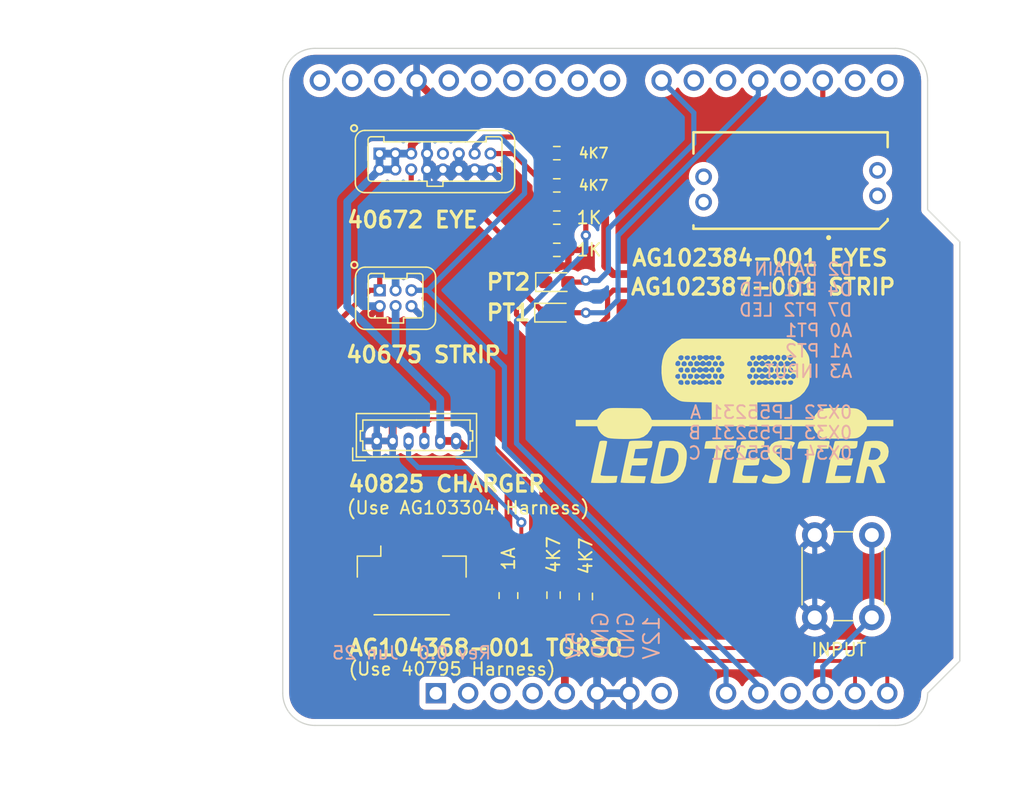
<source format=kicad_pcb>
(kicad_pcb (version 20211014) (generator pcbnew)

  (general
    (thickness 1.6)
  )

  (paper "A4")
  (layers
    (0 "F.Cu" signal)
    (31 "B.Cu" signal)
    (32 "B.Adhes" user "B.Adhesive")
    (33 "F.Adhes" user "F.Adhesive")
    (34 "B.Paste" user)
    (35 "F.Paste" user)
    (36 "B.SilkS" user "B.Silkscreen")
    (37 "F.SilkS" user "F.Silkscreen")
    (38 "B.Mask" user)
    (39 "F.Mask" user)
    (40 "Dwgs.User" user "User.Drawings")
    (41 "Cmts.User" user "User.Comments")
    (42 "Eco1.User" user "User.Eco1")
    (43 "Eco2.User" user "User.Eco2")
    (44 "Edge.Cuts" user)
    (45 "Margin" user)
    (46 "B.CrtYd" user "B.Courtyard")
    (47 "F.CrtYd" user "F.Courtyard")
    (48 "B.Fab" user)
    (49 "F.Fab" user)
    (50 "User.1" user)
    (51 "User.2" user)
    (52 "User.3" user)
    (53 "User.4" user)
    (54 "User.5" user)
    (55 "User.6" user)
    (56 "User.7" user)
    (57 "User.8" user)
    (58 "User.9" user)
  )

  (setup
    (stackup
      (layer "F.SilkS" (type "Top Silk Screen"))
      (layer "F.Paste" (type "Top Solder Paste"))
      (layer "F.Mask" (type "Top Solder Mask") (thickness 0.01))
      (layer "F.Cu" (type "copper") (thickness 0.035))
      (layer "dielectric 1" (type "core") (thickness 1.51) (material "FR4") (epsilon_r 4.5) (loss_tangent 0.02))
      (layer "B.Cu" (type "copper") (thickness 0.035))
      (layer "B.Mask" (type "Bottom Solder Mask") (thickness 0.01))
      (layer "B.Paste" (type "Bottom Solder Paste"))
      (layer "B.SilkS" (type "Bottom Silk Screen"))
      (copper_finish "None")
      (dielectric_constraints no)
    )
    (pad_to_mask_clearance 0)
    (pcbplotparams
      (layerselection 0x00010fc_ffffffff)
      (disableapertmacros false)
      (usegerberextensions false)
      (usegerberattributes true)
      (usegerberadvancedattributes true)
      (creategerberjobfile true)
      (svguseinch false)
      (svgprecision 6)
      (excludeedgelayer true)
      (plotframeref false)
      (viasonmask false)
      (mode 1)
      (useauxorigin false)
      (hpglpennumber 1)
      (hpglpenspeed 20)
      (hpglpendiameter 15.000000)
      (dxfpolygonmode true)
      (dxfimperialunits true)
      (dxfusepcbnewfont true)
      (psnegative false)
      (psa4output false)
      (plotreference true)
      (plotvalue true)
      (plotinvisibletext false)
      (sketchpadsonfab false)
      (subtractmaskfromsilk false)
      (outputformat 1)
      (mirror false)
      (drillshape 0)
      (scaleselection 1)
      (outputdirectory "gerbers")
    )
  )

  (net 0 "")
  (net 1 "unconnected-(A1-Pad1)")
  (net 2 "unconnected-(A1-Pad2)")
  (net 3 "unconnected-(A1-Pad3)")
  (net 4 "unconnected-(A1-Pad4)")
  (net 5 "/EYE_PT1")
  (net 6 "unconnected-(A1-Pad15)")
  (net 7 "unconnected-(A1-Pad16)")
  (net 8 "unconnected-(A1-Pad21)")
  (net 9 "unconnected-(A1-Pad23)")
  (net 10 "unconnected-(A1-Pad28)")
  (net 11 "unconnected-(A1-Pad30)")
  (net 12 "unconnected-(A1-Pad31)")
  (net 13 "unconnected-(A1-Pad32)")
  (net 14 "+5V")
  (net 15 "GND")
  (net 16 "/EYE_PT2")
  (net 17 "+12V")
  (net 18 "unconnected-(A1-Pad11)")
  (net 19 "/DATAIN")
  (net 20 "unconnected-(A1-Pad18)")
  (net 21 "unconnected-(A1-Pad24)")
  (net 22 "unconnected-(A1-Pad25)")
  (net 23 "unconnected-(J1-Pad9)")
  (net 24 "unconnected-(J4-Pad2)")
  (net 25 "Net-(A1-Pad12)")
  (net 26 "/SDA")
  (net 27 "/SCL")
  (net 28 "Net-(A1-Pad19)")
  (net 29 "unconnected-(A1-Pad26)")
  (net 30 "unconnected-(A1-Pad27)")
  (net 31 "unconnected-(A1-Pad20)")
  (net 32 "Net-(A1-Pad22)")
  (net 33 "Net-(D7-Pad1)")
  (net 34 "Net-(D4-Pad1)")
  (net 35 "unconnected-(J3-Pad3)")
  (net 36 "/5VFUSED")

  (footprint "footprints:LED_0603_1608Metric_Pad1.05x0.95mm_HandSolder" (layer "F.Cu") (at 186.615 95.75))

  (footprint "footprints:R_0603_1608Metric_Pad0.98x0.95mm_HandSolder" (layer "F.Cu") (at 186.69 88.265))

  (footprint "footprints:R_0603_1608Metric_Pad0.98x0.95mm_HandSolder" (layer "F.Cu") (at 186.69 90.805))

  (footprint "Connector_Molex:Molex_CLIK-Mate_502386-0470_1x04-1MP_P1.25mm_Horizontal" (layer "F.Cu") (at 175.26 116.84))

  (footprint "footprints:R_0603_1608Metric_Pad0.98x0.95mm_HandSolder" (layer "F.Cu") (at 186.436 118.0065 90))

  (footprint "Connector_Molex:Molex_PicoBlade_53047-0610_1x06_P1.25mm_Vertical" (layer "F.Cu") (at 172.508972 105.86))

  (footprint "footprints:R_0603_1608Metric_Pad0.98x0.95mm_HandSolder" (layer "F.Cu") (at 186.69 85.725 180))

  (footprint "Connector_Harwin:Harwin_Gecko-G125-FVX1605L0X_2x08_P1.25mm_Vertical" (layer "F.Cu") (at 172.72 83.22))

  (footprint "footprints:R_0603_1608Metric_Pad0.98x0.95mm_HandSolder" (layer "F.Cu") (at 186.69 83.185 180))

  (footprint "footprints:R_0603_1608Metric_Pad0.98x0.95mm_HandSolder" (layer "F.Cu") (at 188.976 118.11 90))

  (footprint "Connector_Harwin:Harwin_Gecko-G125-FVX0605L0X_2x03_P1.25mm_Vertical" (layer "F.Cu") (at 172.74 93.99))

  (footprint "footprints:R_0805_2012Metric_Pad1.20x1.40mm_HandSolder" (layer "F.Cu") (at 182.88 118.04 -90))

  (footprint "footprints:SAMTEC_UMPT-04-X-X-V-S-W" (layer "F.Cu") (at 205.105 85.344))

  (footprint "footprints:SW_PUSH_6mm" (layer "F.Cu") (at 207.01 119.765 90))

  (footprint "footprints:LED_0603_1608Metric_Pad1.05x0.95mm_HandSolder" (layer "F.Cu") (at 186.69 93.345))

  (footprint "footprints:Logo" (layer "F.Cu") (at 200.66 103.505))

  (footprint "footprints:Arduino_UNO_R3" (layer "B.Cu") (at 177.165 125.73))

  (gr_line (start 170.18 80.01) (end 170.18 130.81) (layer "Dwgs.User") (width 0.15) (tstamp 50a3cbd6-eb8b-4ef3-a6d5-ae19f401a619))
  (gr_line (start 213.36 73.66) (end 213.36 130.81) (layer "Dwgs.User") (width 0.15) (tstamp e0e37d80-f685-4b8f-b098-3a6b4e673379))
  (gr_arc (start 167.64 128.27) (mid 165.843949 127.526051) (end 165.1 125.73) (layer "Edge.Cuts") (width 0.1) (tstamp 0d02181f-e9b7-4d95-9465-675a27ed813f))
  (gr_arc (start 215.9 125.73) (mid 215.156051 127.526051) (end 213.36 128.27) (layer "Edge.Cuts") (width 0.1) (tstamp 40f4f794-f7e7-40ba-af4f-a10ada7c9adf))
  (gr_line (start 215.9 77.47) (end 215.9 87.63) (layer "Edge.Cuts") (width 0.1) (tstamp 41044d06-b57b-478a-a835-17806bfd7804))
  (gr_line (start 165.1 77.47) (end 165.1 125.73) (layer "Edge.Cuts") (width 0.1) (tstamp 415c54c1-16f0-4803-8864-f0a41bf07a39))
  (gr_line (start 215.9 87.63) (end 218.44 90.17) (layer "Edge.Cuts") (width 0.1) (tstamp 46faa36b-69c8-452a-973d-9db5601196c4))
  (gr_line (start 218.44 90.17) (end 218.44 123.19) (layer "Edge.Cuts") (width 0.1) (tstamp 4a32d9d9-ec61-4432-8013-4c225cedd7a2))
  (gr_line (start 167.64 74.93) (end 213.36 74.93) (layer "Edge.Cuts") (width 0.1) (tstamp 52d2b7a4-6756-4100-8485-643a3f8d3ebe))
  (gr_arc (start 213.36 74.93) (mid 215.156051 75.673949) (end 215.9 77.47) (layer "Edge.Cuts") (width 0.1) (tstamp 6117141f-3da6-44ef-a624-e2b003171da8))
  (gr_line (start 213.36 128.27) (end 212.09 128.27) (layer "Edge.Cuts") (width 0.1) (tstamp 7d3d7960-78d8-459f-b16d-cdbb5501bff8))
  (gr_line (start 167.64 128.27) (end 212.09 128.27) (layer "Edge.Cuts") (width 0.1) (tstamp cf122347-306c-4156-94b7-4f833b7e98cf))
  (gr_arc (start 165.1 77.47) (mid 165.843949 75.673949) (end 167.64 74.93) (layer "Edge.Cuts") (width 0.1) (tstamp cf952874-eea1-4638-9dc1-0b4e5294cf6f))
  (gr_line (start 218.44 123.19) (end 215.9 125.73) (layer "Edge.Cuts") (width 0.1) (tstamp fe75f1f1-9919-4cea-9381-f415e82ab93a))
  (gr_text "D2 DATAIN\nD4 PT1 LED\nD7 PT2 LED\nA0 PT1\nA1 PT2\nA3 INPUT\n\n0X32 LP55231 A\n0X33 LP55231 B\n0X34 LP55231 C" (at 210.058 99.568) (layer "B.SilkS") (tstamp 287e61b5-fb1f-4cf2-af3f-6b7033135e1a)
    (effects (font (size 1 1) (thickness 0.15)) (justify left mirror))
  )
  (gr_text "Rev 0.0  Jun 25" (at 181.61 122.555) (layer "B.SilkS") (tstamp 3124974e-5999-4df7-898f-677868d40912)
    (effects (font (size 1 1) (thickness 0.15)) (justify left mirror))
  )
  (gr_text "5V\nGND\nGND\n12V" (at 191.135 123.19 90) (layer "B.SilkS") (tstamp a6ca179e-0b02-47d0-9d17-4b472f38573b)
    (effects (font (size 1.25 1.25) (thickness 0.15)) (justify right mirror))
  )
  (gr_text "(Use 40795 Harness)" (at 178.435 123.825) (layer "F.SilkS") (tstamp 0560d5cb-88c7-4da2-9e21-0ce63513fcf4)
    (effects (font (size 1 1) (thickness 0.15)))
  )
  (gr_text "AG102387-001 STRIP" (at 202.946 93.726) (layer "F.SilkS") (tstamp 89db40f1-de0f-4f3f-918d-1b72b3531cf8)
    (effects (font (size 1.25 1.25) (thickness 0.25)))
  )
  (gr_text "(Use AG103304 Harness)" (at 179.705 111.125) (layer "F.SilkS") (tstamp 8c2e3eff-d665-4d68-89a0-80997c9eefed)
    (effects (font (size 1 1) (thickness 0.15)))
  )

  (segment (start 180.975 81.915) (end 184.5075 81.915) (width 0.4064) (layer "F.Cu") (net 5) (tstamp b41a7e97-5655-48c5-9401-36f47108f049))
  (segment (start 180.22 83.22) (end 180.22 82.67) (width 0.4064) (layer "F.Cu") (net 5) (tstamp b8a0bdc9-55ff-4cf1-83b2-bba9813d182a))
  (segment (start 180.22 82.67) (end 180.975 81.915) (width 0.4064) (layer "F.Cu") (net 5) (tstamp c40cba9e-c871-4f3a-931c-2a0c11547c53))
  (segment (start 184.5075 81.915) (end 185.7775 83.185) (width 0.4064) (layer "F.Cu") (net 5) (tstamp d20c3e5c-d4d5-4cb6-b233-55c0835dbeab))
  (segment (start 184.15 86.36) (end 184.15 83.82) (width 0.4064) (layer "B.Cu") (net 5) (tstamp 00b976a7-ebc5-4e91-acab-66c3ea2689c5))
  (segment (start 180.975 81.915) (end 182.245 81.915) (width 0.4064) (layer "B.Cu") (net 5) (tstamp 1ba878b2-bab4-44f7-b758-6aa740e70b63))
  (segment (start 176.54 93.99) (end 182.5625 100.0125) (width 0.4064) (layer "B.Cu") (net 5) (tstamp 41ea4871-5dc2-4b6b-b8ae-f99eb10b9eea))
  (segment (start 200.025 123.825) (end 200.025 125.73) (width 0.4064) (layer "B.Cu") (net 5) (tstamp 51e179ee-085a-41cc-8932-847179c2169e))
  (segment (start 182.5625 100.0125) (end 182.5625 106.3625) (width 0.4064) (layer "B.Cu") (net 5) (tstamp 51fc6591-87ad-4030-8bf4-14f4bf1e8201))
  (segment (start 182.5625 106.3625) (end 200.025 123.825) (width 0.4064) (layer "B.Cu") (net 5) (tstamp 9b3fe1d5-d7cd-4a2e-a2a6-9551dcf40013))
  (segment (start 175.24 93.99) (end 176.54 93.99) (width 0.4064) (layer "B.Cu") (net 5) (tstamp bc6f44b8-c3a7-4865-aeb2-8583331aad86))
  (segment (start 180.22 83.22) (end 180.22 82.67) (width 0.4064) (layer "B.Cu") (net 5) (tstamp bdc370c8-0de6-43ac-8b84-bd8b7d228ae0))
  (segment (start 182.245 81.915) (end 184.15 83.82) (width 0.4064) (layer "B.Cu") (net 5) (tstamp c012d085-de72-4ee7-bc2c-c61f8d6d5b3b))
  (segment (start 175.24 93.99) (end 176.52 93.99) (width 0.4064) (layer "B.Cu") (net 5) (tstamp cce45348-0895-4569-a896-94c5a72163f4))
  (segment (start 180.22 82.67) (end 180.975 81.915) (width 0.4064) (layer "B.Cu") (net 5) (tstamp d87c354b-ee8e-4fb5-8259-c1919cb1f1b7))
  (segment (start 176.52 93.99) (end 184.15 86.36) (width 0.4064) (layer "B.Cu") (net 5) (tstamp f6152ffb-b12e-468d-b802-b19a3c1ad511))
  (segment (start 187.325 125.73) (end 187.325 123.825) (width 0.6096) (layer "F.Cu") (net 14) (tstamp a1433093-d7fd-4035-b6a2-f2a8923dae2f))
  (segment (start 182.88 119.38) (end 182.88 119.04) (width 0.6096) (layer "F.Cu") (net 14) (tstamp ae9057a0-a2e0-407e-9322-ffdec88954e7))
  (segment (start 187.325 123.825) (end 182.88 119.38) (width 0.6096) (layer "F.Cu") (net 14) (tstamp f90e60b9-31d1-4886-8e75-428ad2fde0bf))
  (segment (start 173.385 109.885) (end 172.508972 109.008972) (width 0.6096) (layer "F.Cu") (net 15) (tstamp 136e461d-3ccb-4b91-b481-85e069be650e))
  (segment (start 187.6025 88.265) (end 187.325 88.265) (width 0.4064) (layer "F.Cu") (net 15) (tstamp 19626acc-9173-4db6-8df1-b9c4a2b2949b))
  (segment (start 187.6025 88.265) (end 187.6025 90.805) (width 0.4064) (layer "F.Cu") (net 15) (tstamp 1bea88a4-6c15-40a1-9d49-d4c2dd4c1b5e))
  (segment (start 173.385 114.99) (end 173.385 109.885) (width 0.6096) (layer "F.Cu") (net 15) (tstamp 22cd91cf-0c92-468e-bb20-7418d52a523c))
  (segment (start 172.74 97.008) (end 172.72 97.028) (width 0.6096) (layer "F.Cu") (net 15) (tstamp 399ca4c4-5c0c-4b1d-bce6-682c71e10495))
  (segment (start 182.23 84.47) (end 181.47 84.47) (width 0.4064) (layer "F.Cu") (net 15) (tstamp 43777f97-7da3-4a78-aa43-b458e988b5c3))
  (segment (start 199.2154 79.2004) (end 177.3754 79.2004) (width 0.6096) (layer "F.Cu") (net 15) (tstamp 4b5bf1d4-e720-4907-97fa-6464805b0e59))
  (segment (start 187.325 88.265) (end 186.055 86.995) (width 0.4064) (layer "F.Cu") (net 15) (tstamp 56260d6a-6e7e-474a-b253-c4f669aa0ed6))
  (segment (start 172.508972 109.008972) (end 172.508972 105.86) (width 0.6096) (layer "F.Cu") (net 15) (tstamp 692a28b8-449e-42f0-94b6-6e32757ec536))
  (segment (start 202.105 85.344) (end 202.105 82.09) (width 0.6096) (layer "F.Cu") (net 15) (tstamp 73ee93d8-6cb4-42a3-a27c-8539b24f0324))
  (segment (start 173.758972 105.86) (end 173.758972 98.066972) (width 0.6096) (layer "F.Cu") (net 15) (tstamp 7ada7640-8eb8-4b4a-b269-46d55c492f84))
  (segment (start 173.758972 98.066972) (end 172.72 97.028) (width 0.6096) (layer "F.Cu") (net 15) (tstamp 80cdf160-c352-4547-8be8-715fd746ba51))
  (segment (start 184.785 86.995) (end 182.245 84.455) (width 0.4064) (layer "F.Cu") (net 15) (tstamp 83a888f2-2cfd-412b-b661-a5d1b1ca2c33))
  (segment (start 177.3754 79.2004) (end 175.645 77.47) (width 0.6096) (layer "F.Cu") (net 15) (tstamp b2e5d57a-7694-4ae0-a081-8c1c4b6421b2))
  (segment (start 202.105 82.09) (end 199.2154 79.2004) (width 0.6096) (layer "F.Cu") (net 15) (tstamp c06372d1-6728-479c-acca-b48f137c61df))
  (segment (start 172.74 95.24) (end 172.74 97.008) (width 0.6096) (layer "F.Cu") (net 15) (tstamp f702d46b-f632-4ebf-b06b-79cb4256ef1b))
  (segment (start 186.055 86.995) (end 184.785 86.995) (width 0.4064) (layer "F.Cu") (net 15) (tstamp f8c43884-a7f0-46e5-8ce3-2d1b8f695e9f))
  (segment (start 182.245 84.455) (end 182.23 84.47) (width 0.4064) (layer "F.Cu") (net 15) (tstamp fb2aa049-eb35-44ee-a266-4d3d30233014))
  (segment (start 170.9896 93.1704) (end 173.99 90.17) (width 0.6096) (layer "B.Cu") (net 15) (tstamp 100c199a-c523-4f44-b080-539cd16e61db))
  (segment (start 176.47 83.22) (end 176.47 81.22) (width 0.6096) (layer "B.Cu") (net 15) (tstamp 182152f3-efac-49f3-9cc4-9ac320b5cc0d))
  (segment (start 180.22 84.47) (end 178.97 84.47) (width 0.6096) (layer "B.Cu") (net 15) (tstamp 35a7135c-df24-4ae2-a8df-93f4f6347987))
  (segment (start 172.508972 119.168972) (end 172.508972 106.742515) (width 0.6096) (layer "B.Cu") (net 15) (tstamp 36a35b88-7f5f-4012-a011-721527e73a1c))
  (segment (start 189.865 125.73) (end 189.865 123.825) (width 0.6096) (layer "B.Cu") (net 15) (tstamp 3e848a0a-d19b-414d-98e7-b0a54d578b8c))
  (segment (start 187.96 121.92) (end 175.26 121.92) (width 0.6096) (layer "B.Cu") (net 15) (tstamp 63ec1aed-cb9f-41cf-90fc-073d3f166b5d))
  (segment (start 178.97 84.47) (end 178.97 83.22) (width 0.6096) (layer "B.Cu") (net 15) (tstamp 6c8f5f35-7b1f-4923-9bc7-c4f2a6b784de))
  (segment (start 175.26 121.92) (end 172.508972 119.168972) (width 0.6096) (layer "B.Cu") (net 15) (tstamp 78771f5c-40cc-4904-bff4-b69ed48eb4c3))
  (segment (start 181.47 84.47) (end 180.22 84.47) (width 0.6096) (layer "B.Cu") (net 15) (tstamp 8f2e38dd-251f-4ce2-91fb-e69c4aba4bfb))
  (segment (start 171.44 95.24) (end 170.9896 94.7896) (width 0.6096) (layer "B.Cu") (net 15) (tstamp 9ce8a7d1-4cee-4c3d-8cf3-f143e3f80ea5))
  (segment (start 175.645 80.395) (end 175.645 77.47) (width 0.6096) (layer "B.Cu") (net 15) (tstamp a1e7f204-a30f-4965-a9f9-d38815b7e9c8))
  (segment (start 176.47 84.47) (end 176.47 87.69) (width 0.6096) (layer "B.Cu") (net 15) (tstamp a81aef0d-c6d3-4b49-a77a-06a2cf414b6d))
  (segment (start 207.01 113.265) (end 207.01 119.765) (width 0.4064) (layer "B.Cu") (net 15) (tstamp b153b37c-7942-44c0-b500-e6d6b4d50e94))
  (segment (start 176.47 84.47) (end 176.47 83.22) (width 0.6096) (layer "B.Cu") (net 15) (tstamp b42fcc91-5898-4b0f-b1c9-21b8c55ec7c4))
  (segment (start 172.74 95.24) (end 171.44 95.24) (width 0.6096) (layer "B.Cu") (net 15) (tstamp b53e7e74-6234-4a3b-a2b7-4483e946180e))
  (segment (start 176.47 87.69) (end 173.99 90.17) (width 0.6096) (layer "B.Cu") (net 15) (tstamp c62af919-7685-4041-8689-9f7421ff8a03))
  (segment (start 173.99 90.17) (end 173.99 93.99) (width 0.6096) (layer "B.Cu") (net 15) (tstamp c797a9f2-4009-40f8-a243-347f011c4efe))
  (segment (start 178.97 84.47) (end 177.72 84.47) (width 0.6096) (layer "B.Cu") (net 15) (tstamp d24bd938-f322-4ac4-b390-aa3f1666dc37))
  (segment (start 177.72 84.47) (end 176.47 84.47) (width 0.6096) (layer "B.Cu") (net 15) (tstamp e057b257-c420-498f-bebb-edb20967467c))
  (segment (start 192.405 125.73) (end 189.865 125.73) (width 0.6096) (layer "B.Cu") (net 15) (tstamp e0ec70ab-e1ad-47b2-9d50-e3f93123d93d))
  (segment (start 189.865 123.825) (end 187.96 121.92) (width 0.6096) (layer "B.Cu") (net 15) (tstamp ebc5a31e-abf2-42b5-ad84-bfe0991bce3b))
  (segment (start 170.9896 94.7896) (end 170.9896 93.1704) (width 0.6096) (layer "B.Cu") (net 15) (tstamp f1b688c5-afa9-4193-bf5c-ed0ca6a3bd1a))
  (segment (start 176.47 81.22) (end 175.645 80.395) (width 0.6096) (layer "B.Cu") (net 15) (tstamp f6aeab66-64c7-4e88-adad-12b012618933))
  (segment (start 188.976 89.662) (end 188.976 88.011) (width 0.4064) (layer "F.Cu") (net 16) (tstamp 37904b55-d958-4511-bf09-3354a3ae9608))
  (segment (start 187.96 86.995) (end 187.0475 86.995) (width 0.4064) (layer "F.Cu") (net 16) (tstamp 40908f25-b35b-46ef-9dd5-199a6b2c236b))
  (segment (start 188.976 88.011) (end 187.96 86.995) (width 0.4064) (layer "F.Cu") (net 16) (tstamp 41214c70-a83b-47f3-806f-9fc1aabda043))
  (segment (start 181.47 83.22) (end 183.2725 83.22) (width 0.4064) (layer "F.Cu") (net 16) (tstamp 63b47611-6ebc-43d0-840b-5eb0ac9df015))
  (segment (start 183.2725 83.22) (end 185.7775 85.725) (width 0.4064) (layer "F.Cu") (net 16) (tstamp 7c5e2671-b6d6-4551-a750-b3316bbf25ae))
  (segment (start 187.0475 86.995) (end 185.7775 85.725) (width 0.4064) (layer "F.Cu") (net 16) (tstamp be22f29a-708b-47a3-b5b7-f352144a5954))
  (via (at 188.976 89.662) (size 0.8) (drill 0.4) (layers "F.Cu" "B.Cu") (net 16) (tstamp 1daabb31-15b2-4249-8190-5b300c7bd433))
  (segment (start 202.565 125.095) (end 202.565 125.73) (width 0.4064) (layer "B.Cu") (net 16) (tstamp 125ff753-db67-4dd9-9ec9-f07f2a780bca))
  (segment (start 183.515 106.045) (end 202.565 125.095) (width 0.4064) (layer "B.Cu") (net 16) (tstamp 98e6cbd5-2c8b-488e-a75e-f23e0549bbfc))
  (segment (start 188.976 90.932) (end 183.515 96.393) (width 0.4064) (layer "B.Cu") (net 16) (tstamp c2662168-e536-42e0-bf2f-cc8c0912e976))
  (segment (start 188.976 89.662) (end 188.976 90.932) (width 0.4064) (layer "B.Cu") (net 16) (tstamp d349c340-9438-4b1d-a1e0-c1e63c638709))
  (segment (start 183.515 96.393) (end 183.515 106.045) (width 0.4064) (layer "B.Cu") (net 16) (tstamp e6b26110-3ec5-4d81-837f-0862806b3b64))
  (segment (start 207.645 80.645) (end 207.645 77.47) (width 0.4064) (layer "F.Cu") (net 19) (tstamp 04ea3057-1808-4535-9f02-bc0eb5c47aa3))
  (segment (start 175.22 84.47) (end 175.22 86.32) (width 0.4064) (layer "F.Cu") (net 19) (tstamp 0e9c3658-0705-4fd7-a9de-952b938a1ce4))
  (segment (start 190.6905 94.4245) (end 190.6905 96.0755) (width 0.4064) (layer "F.Cu") (net 19) (tstamp 22a686ab-e840-4f74-9e5b-32cb97f2b307))
  (segment (start 190.6905 96.0755) (end 189.738 97.028) (width 0.4064) (layer "F.Cu") (net 19) (tstamp 270eb3fa-4b38-474a-96d2-839bc82a7a16))
  (segment (start 191.135 93.98) (end 190.6905 94.4245) (width 0.4064) (layer "F.Cu") (net 19) (tstamp 2782950d-e78e-421b-918d-46485773069f))
  (segment (start 209.55 91.44) (end 207.01 93.98) (width 0.4064) (layer "F.Cu") (net 19) (tstamp 34183966-d1d7-4db8-8175-1bad387b96ca))
  (segment (start 173.228 121.412) (end 170.18 121.412) (width 0.4064) (layer "F.Cu") (net 19) (tstamp 3c0eb5f1-a5ca-428a-b4be-8fe5da485e2b))
  (segment (start 170.18 121.412) (end 168.656 119.888) (width 0.4064) (layer "F.Cu") (net 19) (tstamp 3f58d9a0-ff7c-4643-9a00-d1fd8eeb07f8))
  (segment (start 209.55 82.55) (end 209.55 91.44) (width 0.4064) (layer "F.Cu") (net 19) (tstamp 511a0c82-77c9-421f-8cec-bc6e589073a6))
  (segment (start 175.885 118.755) (end 173.228 121.412) (width 0.4064) (layer "F.Cu") (net 19) (tstamp 524f21ac-58ab-4416-8d8a-5719c7bdf8b0))
  (segment (start 175.885 114.99) (end 175.885 118.755) (width 0.4064) (layer "F.Cu") (net 19) (tstamp 63191b6f-ba9c-45df-b8c7-9dd3e49a560b))
  (segment (start 189.738 97.028) (end 184.658 97.028) (width 0.4064) (layer "F.Cu") (net 19) (tstamp 6aa16bfc-a287-4bb2-a152-8445027daa6f))
  (segment (start 207.645 80.645) (end 209.55 82.55) (width 0.4064) (layer "F.Cu") (net 19) (tstamp 70d534e5-a8bf-41c7-9b34-4e4c4b5795d6))
  (segment (start 207.01 93.98) (end 191.135 93.98) (width 0.4064) (layer "F.Cu") (net 19) (tstamp 70e22574-41e8-445c-bbc3-0425bcd0d6c7))
  (segment (start 183.515 95.885) (end 183.515 90.805) (width 0.4064) (layer "F.Cu") (net 19) (tstamp 72ef8b10-5495-4541-bb72-b68bdd079319))
  (segment (start 206.105 85.344) (end 206.105 82.185) (width 0.4064) (layer "F.Cu") (net 19) (tstamp 7448f892-8f44-4c7a-8124-22ee86c232aa))
  (segment (start 168.656 119.888) (end 168.656 97.282) (width 0.4064) (layer "F.Cu") (net 19) (tstamp 88417e6a-c882-4878-afee-8ac91c4f419f))
  (segment (start 171.948 93.99) (end 172.74 93.99) (width 0.4064) (layer "F.Cu") (net 19) (tstamp 9593c9f8-d27e-44a7-bae9-338c2fe9d186))
  (segment (start 184.658 97.028) (end 183.515 95.885) (width 0.4064) (layer "F.Cu") (net 19) (tstamp 98443732-0193-462c-8e74-e17ccb166a07))
  (segment (start 176.53 87.63) (end 175.22 86.32) (width 0.4064) (layer "F.Cu") (net 19) (tstamp 9eb6a510-b83d-4c18-9589-3f5b69d953b1))
  (segment (start 172.74 93.99) (end 172.74 88.8) (width 0.4064) (layer "F.Cu") (net 19) (tstamp aa6c8ecf-4db9-4ae3-b1c0-8cc8d3279986))
  (segment (start 180.34 87.63) (end 176.53 87.63) (width 0.4064) (layer "F.Cu") (net 19) (tstamp b0dda7fe-400b-4fc8-9dce-f026f3efaffd))
  (segment (start 206.105 82.185) (end 207.645 80.645) (width 0.4064) (layer "F.Cu") (net 19) (tstamp e820a413-862a-4ae4-956c-c43def8b4c45))
  (segment (start 183.515 90.805) (end 180.34 87.63) (width 0.4064) (layer "F.Cu") (net 19) (tstamp ec796420-5f39-4fc7-8fdc-b7c4af268068))
  (segment (start 168.656 97.282) (end 171.948 93.99) (width 0.4064) (layer "F.Cu") (net 19) (tstamp f7bbf319-ab58-4f48-835e-15efabdabc79))
  (segment (start 172.74 88.8) (end 175.22 86.32) (width 0.4064) (layer "F.Cu") (net 19) (tstamp ff57003a-c49f-4df8-bcb3-9159cbd70912))
  (segment (start 211.51 113.265) (end 211.51 119.765) (width 0.4064) (layer "B.Cu") (net 25) (tstamp 6a82e8a6-12c9-4fdd-aad8-c61d73250228))
  (segment (start 207.645 125.73) (end 207.645 123.63) (width 0.4064) (layer "B.Cu") (net 25) (tstamp 7bf5dae4-41da-46bd-9a25-3bf6ad988644))
  (segment (start 207.645 123.63) (end 211.51 119.765) (width 0.4064) (layer "B.Cu") (net 25) (tstamp 9518625c-8b18-4a5f-847a-fae8064298ec))
  (segment (start 183.896 115.57) (end 183.896 112.268) (width 0.3048) (layer "F.Cu") (net 26) (tstamp 267780fa-7a64-4c1e-abd3-5f2eb98071af))
  (segment (start 190.6814 118.0374) (end 187.3794 118.0374) (width 0.3048) (layer "F.Cu") (net 26) (tstamp 2a9708b7-a26d-4b5c-890c-d4a7f302c1bc))
  (segment (start 185.42 117.094) (end 183.896 115.57) (width 0.3048) (layer "F.Cu") (net 26) (tstamp 31a70a79-1bea-4361-8019-2142f057c9cc))
  (segment (start 209.042 123.19) (end 195.834 123.19) (width 0.3048) (layer "F.Cu") (net 26) (tstamp 5ba77773-b436-42d6-b1d3-c1305dbc36f5))
  (segment (start 210.185 125.73) (end 210.185 124.333) (width 0.3048) (layer "F.Cu") (net 26) (tstamp 7ada1b51-f91f-4a2b-b0bc-c5ba307350cb))
  (segment (start 187.3794 118.0374) (end 186.436 117.094) (width 0.3048) (layer "F.Cu") (net 26) (tstamp 9297d678-7aaa-4d69-870c-0ed962a53c39))
  (segment (start 186.436 117.094) (end 185.42 117.094) (width 0.3048) (layer "F.Cu") (net 26) (tstamp c3d2fb95-1506-471b-a9ce-ba23b68753cc))
  (segment (start 210.185 124.333) (end 209.042 123.19) (width 0.3048) (layer "F.Cu") (net 26) (tstamp c84566c0-bde0-42ec-943d-36297f6988d1))
  (segment (start 195.834 123.19) (end 190.6814 118.0374) (width 0.3048) (layer "F.Cu") (net 26) (tstamp f289a067-8d1e-488e-9a88-a85d1be5bf26))
  (via (at 183.896 112.268) (size 0.8) (drill 0.4) (layers "F.Cu" "B.Cu") (net 26) (tstamp 80630d7f-a881-4208-b79f-cc320761fe53))
  (segment (start 175.008972 105.86) (end 175.008972 107.190972) (width 0.4064) (layer "B.Cu") (net 26) (tstamp 2f5334c2-530e-461d-8f18-7e733858bb41))
  (segment (start 175.008972 107.190972) (end 175.768 107.95) (width 0.4064) (layer "B.Cu") (net 26) (tstamp 62038df3-c0b0-49df-92fb-849a0d1d2a4a))
  (segment (start 183.896 112.268) (end 179.578 107.95) (width 0.3048) (layer "B.Cu") (net 26) (tstamp 761e1003-80c2-4fea-828f-23c8a2e5120d))
  (segment (start 179.578 107.95) (end 178.562 107.95) (width 0.3048) (layer "B.Cu") (net 26) (tstamp 86461e4c-c8e0-4d5e-8d0b-a485bdf6d1ba))
  (segment (start 175.768 107.95) (end 178.562 107.95) (width 0.4064) (layer "B.Cu") (net 26) (tstamp c6068739-3393-4fed-8023-e3d51004c000))
  (segment (start 188.976 117.1975) (end 187.861245 117.1975) (width 0.3048) (layer "F.Cu") (net 27) (tstamp 00d81a45-fa74-4b57-a0ed-4239bbe61bd1))
  (segment (start 176.784 104.14) (end 176.258972 104.665028) (width 0.3048) (layer "F.Cu") (net 27) (tstamp 34098519-7484-4e0b-96a8-7da4e827cfb2))
  (segment (start 191.1115 117.1975) (end 188.976 117.1975) (width 0.3048) (layer "F.Cu") (net 27) (tstamp 401095a8-dd50-4fe5-97e6-33749302b85c))
  (segment (start 176.258972 104.665028) (end 176.258972 105.86) (width 0.3048) (layer "F.Cu") (net 27) (tstamp 4f3ee621-5e69-4415-baff-c3e9fcdb6fa7))
  (segment (start 184.658 109.22) (end 179.578 104.14) (width 0.3048) (layer "F.Cu") (net 27) (tstamp 579454f6-560a-487a-8aed-d75ad5032808))
  (segment (start 212.725 124.079) (end 210.82 122.174) (width 0.3048) (layer "F.Cu") (net 27) (tstamp 7a5874e1-b5a7-4fa6-8fad-1cb3a40d28ee))
  (segment (start 187.861245 117.1975) (end 186.741745 116.078) (width 0.3048) (layer "F.Cu") (net 27) (tstamp 7d3ea4d8-4fdc-43e4-9146-9ebd713a52e2))
  (segment (start 212.725 125.73) (end 212.725 124.079) (width 0.3048) (layer "F.Cu") (net 27) (tstamp 94971cf8-4f6c-4334-842f-ca66b62777f1))
  (segment (start 196.088 122.174) (end 191.1115 117.1975) (width 0.3048) (layer "F.Cu") (net 27) (tstamp c88aa5e0-3212-4e87-a349-a8f2d02950ac))
  (segment (start 186.741745 116.078) (end 185.42 116.078) (width 0.3048) (layer "F.Cu") (net 27) (tstamp d125cfda-7c75-4260-8cca-ce3d76ec007f))
  (segment (start 210.82 122.174) (end 196.088 122.174) (width 0.3048) (layer "F.Cu") (net 27) (tstamp d55600db-e680-4b62-9497-4f60081ba22e))
  (segment (start 179.578 104.14) (end 176.784 104.14) (width 0.3048) (layer "F.Cu") (net 27) (tstamp ee20128b-d691-4a49-b98a-8959305c88d2))
  (segment (start 185.42 116.078) (end 184.658 115.316) (width 0.3048) (layer "F.Cu") (net 27) (tstamp f91223ac-c8a6-4ac4-a1ae-5cab1af63daf))
  (segment (start 184.658 115.316) (end 184.658 109.22) (width 0.3048) (layer "F.Cu") (net 27) (tstamp ffd47eb3-47b2-4307-8b60-1f9a22d2e25e))
  (segment (start 187.498 95.758) (end 187.49 95.75) (width 0.4064) (layer "F.Cu") (net 28) (tstamp 1ebffe52-129d-4723-ad42-cecbceaa0c21))
  (segment (start 188.976 95.758) (end 187.498 95.758) (width 0.4064) (layer "F.Cu") (net 28) (tstamp 8a2843a6-6b25-4351-b7be-3045563b025e))
  (via (at 188.976 95.758) (size 0.8) (drill 0.4) (layers "F.Cu" "B.Cu") (net 28) (tstamp e8cf3e00-ad70-4ca4-b18d-dbe355bdcdb0))
  (segment (start 202.565 78.613) (end 202.565 77.47) (width 0.4064) (layer "B.Cu") (net 28) (tstamp 0f786d5c-f04b-477e-9cb2-0c36684ca69a))
  (segment (start 191.516 89.662) (end 202.565 78.613) (width 0.4064) (layer "B.Cu") (net 28) (tstamp 10f68e7d-d555-4fde-9567-d5c9878b33ff))
  (segment (start 190.5 95.758) (end 191.516 94.742) (width 0.4064) (layer "B.Cu") (net 28) (tstamp 63df0539-032a-4d44-876a-fbeed5047ec1))
  (segment (start 188.976 95.758) (end 190.5 95.758) (width 0.4064) (layer "B.Cu") (net 28) (tstamp 87e70ff5-73e4-4b47-bf08-07298b14a686))
  (segment (start 191.516 94.742) (end 191.516 89.662) (width 0.4064) (layer "B.Cu") (net 28) (tstamp ada02594-cbac-4c79-b398-3f36c3290a7d))
  (segment (start 187.565 93.345) (end 188.849 93.345) (width 0.4064) (layer "F.Cu") (net 32) (tstamp 57e5d3aa-216b-4b74-9764-8a3b0491f671))
  (segment (start 188.849 93.345) (end 188.976 93.218) (width 0.4064) (layer "F.Cu") (net 32) (tstamp e3fa13c7-7709-4a27-9f73-7bcc8997a943))
  (via (at 188.976 93.218) (size 0.8) (drill 0.4) (layers "F.Cu" "B.Cu") (net 32) (tstamp 97c50cdb-25c4-4b7f-9d68-cc8c8dcd50aa))
  (segment (start 197.485 82.423) (end 197.485 80.01) (width 0.4064) (layer "B.Cu") (net 32) (tstamp 64801c7b-08a1-43ff-b7d9-32e4fa52f3ec))
  (segment (start 188.976 93.218) (end 189.992 93.218) (width 0.4064) (layer "B.Cu") (net 32) (tstamp 79f65310-ba79-4ae3-9926-846ce016df78))
  (segment (start 190.754 89.154) (end 197.485 82.423) (width 0.4064) (layer "B.Cu") (net 32) (tstamp 7eb431b2-d356-4219-ad8c-6b9b109b9df5))
  (segment (start 189.992 93.218) (end 190.754 92.456) (width 0.4064) (layer "B.Cu") (net 32) (tstamp a7336342-70ea-4245-84fd-f22fa3b98aee))
  (segment (start 190.754 92.456) (end 190.754 89.154) (width 0.4064) (layer "B.Cu") (net 32) (tstamp e75799b2-0aa9-4313-83e8-9d80a48ac96f))
  (segment (start 197.485 80.01) (end 194.945 77.47) (width 0.4064) (layer "B.Cu") (net 32) (tstamp ee5dc34b-5b5d-4ca0-bceb-3f9d407c35f5))
  (segment (start 185.815 93.345) (end 185.815 90.8425) (width 0.4064) (layer "F.Cu") (net 33) (tstamp a8cd8f0c-39d8-49da-8be8-abd0802b33f5))
  (segment (start 185.815 90.8425) (end 185.7775 90.805) (width 0.4064) (layer "F.Cu") (net 33) (tstamp f571a1a0-cf46-4345-9678-d7b58ccd608a))
  (segment (start 184.404 89.6385) (end 185.7775 88.265) (width 0.4064) (layer "F.Cu") (net 34) (tstamp 33877298-1b3c-442e-8958-2528570219d8))
  (segment (start 185.74 95.75) (end 185.666 95.75) (width 0.4064) (layer "F.Cu") (net 34) (tstamp 5302021a-42fc-4340-bc4b-18ba6b010322))
  (segment (start 184.404 94.488) (end 184.404 89.6385) (width 0.4064) (layer "F.Cu") (net 34) (tstamp c1dd1ab0-d5c4-485e-ad30-afb0d6403610))
  (segment (start 185.666 95.75) (end 184.404 94.488) (width 0.4064) (layer "F.Cu") (net 34) (tstamp ddadc71c-9f9c-43f9-916c-34c0070310c6))
  (segment (start 175.26 82.55) (end 177.165 80.645) (width 0.6096) (layer "F.Cu") (net 36) (tstamp 1c25c500-af94-4577-99bb-5617b1d7b18e))
  (segment (start 205.74 92.71) (end 191.135 92.71) (width 0.6096) (layer "F.Cu") (net 36) (tstamp 1c272f9c-aec6-403c-87ea-f6b2f286f7c2))
  (segment (start 187.6025 83.185) (end 187.6025 82.1925) (width 0.6096) (layer "F.Cu") (net 36) (tstamp 26d9da07-db05-4435-8d71-4284723ab3ce))
  (segment (start 190.5 88.265) (end 187.96 85.725) (width 0.6096) (layer "F.Cu") (net 36) (tstamp 2e099b63-3d80-492e-93f5-714d7d36bc61))
  (segment (start 187.6025 85.725) (end 187.6025 83.185) (width 0.6096) (layer "F.Cu") (net 36) (tstamp 3a7e3ab1-b6f9-480a-bce3-509914033485))
  (segment (start 178.758972 105.86) (end 178.885 105.86) (width 0.6096) (layer "F.Cu") (net 36) (tstamp 443aa2e3-1a96-407a-a964-76780dcfe10d))
  (segment (start 208.105 85.344) (end 208.105 90.345) (width 0.6096) (layer "F.Cu") (net 36) (tstamp 54651afb-b0e2-4e68-b704-c8887428673b))
  (segment (start 183.08 117.04) (end 185.08 119.04) (width 0.6096) (layer "F.Cu") (net 36) (tstamp 563b599e-afa1-4230-a326-26a265dc2656))
  (segment (start 181.61 113.03) (end 182.88 114.3) (width 0.6096) (layer "F.Cu") (net 36) (tstamp 6242ee83-f5ab-4964-a971-5149b765e9cc))
  (segment (start 191.135 92.71) (end 190.5 92.075) (width 0.6096) (layer "F.Cu") (net 36) (tstamp 642efe8c-2425-4f6f-b378-d1a5af378113))
  (segment (start 185.08 119.04) (end 186.055 119.04) (width 0.6096) (layer "F.Cu") (net 36) (tstamp 74998d0e-9327-46bf-8deb-f81b7815d464))
  (segment (start 190.5 92.075) (end 190.5 88.265) (width 0.6096) (layer "F.Cu") (net 36) (tstamp 7b4c3cde-c5a7-40a8-a0eb-24e0c54187a0))
  (segment (start 177.508972 105.86) (end 178.758972 105.86) (width 0.6096) (layer "F.Cu") (net 36) (tstamp 82ffd927-00f3-4c85-aa2e-52114d825c21))
  (segment (start 177.8 113.03) (end 181.61 113.03) (width 0.6096) (layer "F.Cu") (net 36) (tstamp 88ad7e9f-446a-4a23-b360-2fd3c3ad7eb1))
  (segment (start 208.105 90.345) (end 205.74 92.71) (width 0.6096) (layer "F.Cu") (net 36) (tstamp 8b41301e-84b5-4e45-8e3f-43ed4dfe644e))
  (segment (start 175.26 83.18) (end 175.26 82.55) (width 0.6096) (layer "F.Cu") (net 36) (tstamp 8d0a8f67-8791-44a5-89ab-fc82fdc900d6))
  (segment (start 188.8725 118.919) (end 188.976 119.0225) (width 0.4064) (layer "F.Cu") (net 36) (tstamp 8e52ec52-9a16-49d5-b6ff-93496da9646e))
  (segment (start 177.135 113.695) (end 177.8 113.03) (width 0.6096) (layer "F.Cu") (net 36) (tstamp 8f61ed0a-4443-4662-850c-63c4f2b464c0))
  (segment (start 186.436 118.919) (end 188.8725 118.919) (width 0.4064) (layer "F.Cu") (net 36) (tstamp 98b1d29a-b03d-4fc5-af43-2ba8c2e0957a))
  (segment (start 182.88 117.04) (end 183.08 117.04) (width 0.6096) (layer "F.Cu") (net 36) (tstamp 9d1da34b-cd10-42c0-96a4-2a005b904f15))
  (segment (start 177.135 114.99) (end 177.135 113.695) (width 0.6096) (layer "F.Cu") (net 36) (tstamp a7f1c186-f74d-43f0-862c-90f67e4f6183))
  (segment (start 186.055 80.645) (end 177.165 80.645) (width 0.6096) (layer "F.Cu") (net 36) (tstamp b1d42ee7-8efc-487c-8710-c63837425808))
  (segment (start 178.885 105.86) (end 182.88 109.855) (width 0.6096) (layer "F.Cu") (net 36) (tstamp bb74046a-874f-4f55-b516-7ef2fd85e676))
  (segment (start 187.96 85.725) (end 187.6025 85.725) (width 0.6096) (layer "F.Cu") (net 36) (tstamp c703a6c0-9b21-4b45-9753-099e49c74ad6))
  (segment (start 187.6025 82.1925) (end 186.055 80.645) (width 0.6096) (layer "F.Cu") (net 36) (tstamp cb0e04c3-6c0f-4bb5-8922-e155c0d4cd81))
  (segment (start 175.22 83.22) (end 175.26 83.18) (width 0.6096) (layer "F.Cu") (net 36) (tstamp cda98822-fe5d-45ef-b0e2-12e4c2eb8e81))
  (segment (start 182.88 114.3) (end 182.88 117.04) (width 0.6096) (layer "F.Cu") (net 36) (tstamp d2f297ea-5dac-4646-bf24-8c7aca43567e))
  (segment (start 182.88 114.3) (end 182.88 109.855) (width 0.6096) (layer "F.Cu") (net 36) (tstamp d6a37975-1da6-4fd4-8cbe-710c659e7b75))
  (segment (start 173.99 99.06) (end 173.99 95.24) (width 0.6096) (layer "B.Cu") (net 36) (tstamp 04fdffa1-0a21-4374-b319-fd8e9a9e8882))
  (segment (start 172.72 84.47) (end 170.18 87.01) (width 0.6096) (layer "B.Cu") (net 36) (tstamp 15929c85-1abf-4535-b402-19cc30a4582d))
  (segment (start 172.72 84.47) (end 173.97 84.47) (width 0.6096) (layer "B.Cu") (net 36) (tstamp 1cd0e94a-e5de-4c3b-974e-c9dec7a4b266))
  (segment (start 172.72 84.47) (end 172.72 83.22) (width 0.6096) (layer "B.Cu") (net 36) (tstamp 26369a0d-f462-4a40-9e4c-b3d530245c9c))
  (segment (start 177.508972 105.86) (end 177.508972 102.578972) (width 0.6096) (layer "B.Cu") (net 36) (tstamp 307fc23c-018f-48d5-9d41-e0a4b3575b2b))
  (segment (start 177.508972 102.578972) (end 173.99 99.06) (width 0.6096) (layer "B.Cu") (net 36) (tstamp 401378d5-17ef-4aa9-975b-5870e8b0e307))
  (segment (start 170.18 95.25) (end 173.99 99.06) (width 0.6096) (layer "B.Cu") (net 36) (tstamp 42a1199d-c724-4694-94c3-7d52b96a5469))
  (segment (start 170.18 87.01) (end 170.18 95.25) (width 0.6096) (layer "B.Cu") (net 36) (tstamp 699f8d10-3612-4aeb-817d-852502e9ce09))
  (segment (start 173.97 83.22) (end 175.22 83.22) (width 0.6096) (layer "B.Cu") (net 36) (tstamp 8b0b687b-4318-4976-ae3e-afdd477e6913))
  (segment (start 172.72 83.22) (end 173.97 83.22) (width 0.6096) (layer "B.Cu") (net 36) (tstamp c8b95680-fd8e-42f6-ac77-ab9670465725))
  (segment (start 173.97 84.47) (end 173.97 83.22) (width 0.6096) (layer "B.Cu") (net 36) (tstamp f54383b4-4fb6-46e2-b9d5-4d64188cb55b))

  (zone (net 15) (net_name "GND") (layer "F.Cu") (tstamp 7436cb66-102d-4c0d-916b-eca0165a80cd) (hatch edge 0.508)
    (connect_pads (clearance 0.508))
    (min_thickness 0.254) (filled_areas_thickness no)
    (fill yes (thermal_gap 0.508) (thermal_bridge_width 0.508))
    (polygon
      (pts
        (xy 220.98 132.08)
        (xy 162.56 132.08)
        (xy 162.56 73.66)
        (xy 220.98 73.66)
      )
    )
    (filled_polygon
      (layer "F.Cu")
      (pts
        (xy 213.330018 75.44)
        (xy 213.344851 75.44231)
        (xy 213.344855 75.44231)
        (xy 213.353724 75.443691)
        (xy 213.362626 75.442527)
        (xy 213.362629 75.442527)
        (xy 213.370012 75.441561)
        (xy 213.394591 75.440767)
        (xy 213.421442 75.442527)
        (xy 213.616922 75.45534)
        (xy 213.633262 75.457491)
        (xy 213.755478 75.481801)
        (xy 213.877696 75.506112)
        (xy 213.893606 75.510375)
        (xy 214.1296 75.590484)
        (xy 214.144826 75.596791)
        (xy 214.368342 75.707016)
        (xy 214.382616 75.715257)
        (xy 214.589829 75.853713)
        (xy 214.602905 75.863746)
        (xy 214.790278 76.028068)
        (xy 214.801932 76.039722)
        (xy 214.966254 76.227095)
        (xy 214.976287 76.240171)
        (xy 215.114743 76.447384)
        (xy 215.122984 76.461658)
        (xy 215.233209 76.685174)
        (xy 215.239515 76.700398)
        (xy 215.319625 76.936394)
        (xy 215.323889 76.952307)
        (xy 215.372509 77.196738)
        (xy 215.37466 77.213078)
        (xy 215.388763 77.428236)
        (xy 215.387733 77.45135)
        (xy 215.38769 77.454854)
        (xy 215.386309 77.463724)
        (xy 215.387473 77.472626)
        (xy 215.387473 77.472628)
        (xy 215.390436 77.495283)
        (xy 215.3915 77.511621)
        (xy 215.3915 87.558928)
        (xy 215.390145 87.571058)
        (xy 215.390627 87.571097)
        (xy 215.389907 87.580044)
        (xy 215.387926 87.5888)
        (xy 215.388641 87.600328)
        (xy 215.391258 87.642508)
        (xy 215.3915 87.65031)
        (xy 215.3915 87.666513)
        (xy 215.392136 87.670953)
        (xy 215.392984 87.676878)
        (xy 215.394013 87.686928)
        (xy 215.39483 87.700089)
        (xy 215.396945 87.734177)
        (xy 215.399994 87.742623)
        (xy 215.400593 87.745514)
        (xy 215.404822 87.76248)
        (xy 215.405648 87.765305)
        (xy 215.40692 87.774187)
        (xy 215.426522 87.817298)
        (xy 215.430327 87.826647)
        (xy 215.446404 87.871181)
        (xy 215.451699 87.878429)
        (xy 215.45308 87.881027)
        (xy 215.461915 87.896145)
        (xy 215.463494 87.898614)
        (xy 215.467208 87.906782)
        (xy 215.473064 87.913578)
        (xy 215.498115 87.942652)
        (xy 215.504401 87.950569)
        (xy 215.509548 87.957615)
        (xy 215.509553 87.95762)
        (xy 215.512425 87.961552)
        (xy 215.5234 87.972527)
        (xy 215.529758 87.979375)
        (xy 215.555259 88.00897)
        (xy 215.562287 88.017127)
        (xy 215.569822 88.022011)
        (xy 215.576066 88.027458)
        (xy 215.587931 88.037058)
        (xy 217.894595 90.343723)
        (xy 217.928621 90.406035)
        (xy 217.9315 90.432818)
        (xy 217.9315 122.927182)
        (xy 217.911498 122.995303)
        (xy 217.894595 123.016277)
        (xy 215.590696 125.320177)
        (xy 215.581156 125.3278)
        (xy 215.58147 125.328168)
        (xy 215.574634 125.333986)
        (xy 215.567042 125.338776)
        (xy 215.5611 125.345504)
        (xy 215.531407 125.379125)
        (xy 215.526061 125.384812)
        (xy 215.514618 125.396255)
        (xy 215.508978 125.40378)
        (xy 215.508341 125.40463)
        (xy 215.501967 125.412459)
        (xy 215.470622 125.447951)
        (xy 215.466808 125.456074)
        (xy 215.465174 125.458562)
        (xy 215.456186 125.473523)
        (xy 215.454771 125.476108)
        (xy 215.449384 125.483295)
        (xy 215.44035 125.507393)
        (xy 215.432759 125.527642)
        (xy 215.428833 125.536958)
        (xy 215.408719 125.5798)
        (xy 215.407338 125.588669)
        (xy 215.406472 125.591502)
        (xy 215.402042 125.608389)
        (xy 215.401408 125.611274)
        (xy 215.398255 125.619684)
        (xy 215.39759 125.628639)
        (xy 215.394747 125.666896)
        (xy 215.393593 125.676945)
        (xy 215.392415 125.684514)
        (xy 215.386309 125.723724)
        (xy 215.387473 125.732626)
        (xy 215.387437 125.735596)
        (xy 215.387924 125.753008)
        (xy 215.388127 125.755984)
        (xy 215.387461 125.764941)
        (xy 215.388418 125.769423)
        (xy 215.388427 125.776889)
        (xy 215.37466 125.986922)
        (xy 215.372509 126.003262)
        (xy 215.323889 126.247693)
        (xy 215.319625 126.263606)
        (xy 215.239516 126.4996)
        (xy 215.233209 126.514826)
        (xy 215.122984 126.738342)
        (xy 215.114743 126.752616)
        (xy 214.976287 126.959829)
        (xy 214.966254 126.972905)
        (xy 214.801932 127.160278)
        (xy 214.790278 127.171932)
        (xy 214.602905 127.336254)
        (xy 214.589829 127.346287)
        (xy 214.382616 127.484743)
        (xy 214.368342 127.492984)
        (xy 214.144826 127.603209)
        (xy 214.129602 127.609515)
        (xy 213.893606 127.689625)
        (xy 213.877696 127.693888)
        (xy 213.755477 127.718199)
        (xy 213.633262 127.742509)
        (xy 213.616922 127.74466)
        (xy 213.468134 127.754413)
        (xy 213.401763 127.758763)
        (xy 213.37865 127.757733)
        (xy 213.375146 127.75769)
        (xy 213.366276 127.756309)
        (xy 213.357374 127.757473)
        (xy 213.357372 127.757473)
        (xy 213.343915 127.759233)
        (xy 213.334714 127.760436)
        (xy 213.318379 127.7615)
        (xy 167.689367 127.7615)
        (xy 167.669982 127.76)
        (xy 167.655149 127.75769)
        (xy 167.655145 127.75769)
        (xy 167.646276 127.756309)
        (xy 167.637374 127.757473)
        (xy 167.637371 127.757473)
        (xy 167.629988 127.758439)
        (xy 167.605409 127.759233)
        (xy 167.560799 127.756309)
        (xy 167.383078 127.74466)
        (xy 167.366738 127.742509)
        (xy 167.244523 127.718199)
        (xy 167.122304 127.693888)
        (xy 167.106394 127.689625)
        (xy 166.870398 127.609515)
        (xy 166.855174 127.603209)
        (xy 166.631658 127.492984)
        (xy 166.617384 127.484743)
        (xy 166.410171 127.346287)
        (xy 166.397095 127.336254)
        (xy 166.209722 127.171932)
        (xy 166.198068 127.160278)
        (xy 166.033746 126.972905)
        (xy 166.023713 126.959829)
        (xy 165.885257 126.752616)
        (xy 165.877016 126.738342)
        (xy 165.766791 126.514826)
        (xy 165.760484 126.4996)
        (xy 165.680375 126.263606)
        (xy 165.676111 126.247693)
        (xy 165.627491 126.003262)
        (xy 165.62534 125.986922)
        (xy 165.611476 125.775407)
        (xy 165.61265 125.752232)
        (xy 165.612334 125.752204)
        (xy 165.61277 125.747344)
        (xy 165.613576 125.742552)
        (xy 165.613729 125.73)
        (xy 165.609773 125.702376)
        (xy 165.6085 125.684514)
        (xy 165.6085 119.925521)
        (xy 167.940055 119.925521)
        (xy 167.94136 119.932997)
        (xy 167.94136 119.933)
        (xy 167.951096 119.988783)
        (xy 167.952059 119.995308)
        (xy 167.958855 120.051467)
        (xy 167.959768 120.059011)
        (xy 167.962454 120.066119)
        (xy 167.963019 120.068419)
        (xy 167.967686 120.08548)
        (xy 167.968366 120.087734)
        (xy 167.969672 120.095215)
        (xy 167.988365 120.137797)
        (xy 167.995475 120.153995)
        (xy 167.997967 120.160102)
        (xy 168.020657 120.220149)
        (xy 168.024956 120.226404)
        (xy 168.026049 120.228495)
        (xy 168.034655 120.243957)
        (xy 168.035858 120.245991)
        (xy 168.038911 120.252946)
        (xy 168.043534 120.258971)
        (xy 168.043537 120.258976)
        (xy 168.077988 120.303874)
        (xy 168.081864 120.309209)
        (xy 168.113918 120.355847)
        (xy 168.113923 120.355853)
        (xy 168.118225 120.362112)
        (xy 168.123899 120.367167)
        (xy 168.164973 120.403763)
        (xy 168.170249 120.408744)
        (xy 169.65622 121.894716)
        (xy 169.662073 121.900981)
        (xy 169.700282 121.944781)
        (xy 169.7065 121.949151)
        (xy 169.752793 121.981686)
        (xy 169.758089 121.985619)
        (xy 169.802631 122.020544)
        (xy 169.802635 122.020546)
        (xy 169.808612 122.025233)
        (xy 169.815534 122.028358)
        (xy 169.817563 122.029587)
        (xy 169.83291 122.03834)
        (xy 169.834998 122.039459)
        (xy 169.841216 122.04383)
        (xy 169.848295 122.04659)
        (xy 169.848297 122.046591)
        (xy 169.876945 122.05776)
        (xy 169.901019 122.067146)
        (xy 169.907095 122.0697)
        (xy 169.913352 122.072525)
        (xy 169.965609 122.09612)
        (xy 169.973079 122.097504)
        (xy 169.975334 122.098211)
        (xy 169.992318 122.103049)
        (xy 169.994627 122.103642)
        (xy 170.001708 122.106403)
        (xy 170.009237 122.107394)
        (xy 170.00924 122.107395)
        (xy 170.065356 122.114783)
        (xy 170.07187 122.115815)
        (xy 170.127515 122.126128)
        (xy 170.127516 122.126128)
        (xy 170.134983 122.127512)
        (xy 170.142563 122.127075)
        (xy 170.142564 122.127075)
        (xy 170.197469 122.123909)
        (xy 170.204722 122.1237)
        (xy 173.19897 122.1237)
        (xy 173.20754 122.123992)
        (xy 173.257946 122.127429)
        (xy 173.25795 122.127429)
        (xy 173.265521 122.127945)
        (xy 173.272997 122.12664)
        (xy 173.273 122.12664)
        (xy 173.328783 122.116904)
        (xy 173.335308 122.115941)
        (xy 173.391467 122.109145)
        (xy 173.391468 122.109145)
        (xy 173.399011 122.108232)
        (xy 173.406119 122.105546)
        (xy 173.408419 122.104981)
        (xy 173.42548 122.100314)
        (xy 173.427734 122.099634)
        (xy 173.435215 122.098328)
        (xy 173.494005 122.072521)
        (xy 173.500102 122.070033)
        (xy 173.553047 122.050027)
        (xy 173.55305 122.050026)
        (xy 173.560149 122.047343)
        (xy 173.566404 122.043044)
        (xy 173.568495 122.041951)
        (xy 173.583957 122.033345)
        (xy 173.585991 122.032142)
        (xy 173.592946 122.029089)
        (xy 173.598971 122.024466)
        (xy 173.598976 122.024463)
        (xy 173.643874 121.990012)
        (xy 173.649209 121.986136)
        (xy 173.695847 121.954082)
        (xy 173.695853 121.954077)
        (xy 173.702112 121.949775)
        (xy 173.743764 121.903026)
        (xy 173.748744 121.897751)
        (xy 176.309401 119.337095)
        (xy 177.977001 119.337095)
        (xy 177.977338 119.343614)
        (xy 177.987257 119.439206)
        (xy 177.990149 119.4526)
        (xy 178.041588 119.606784)
        (xy 178.047761 119.619962)
        (xy 178.133063 119.757807)
        (xy 178.142099 119.769208)
        (xy 178.256829 119.883739)
        (xy 178.26824 119.892751)
        (xy 178.406243 119.977816)
        (xy 178.419424 119.983963)
        (xy 178.57371 120.035138)
        (xy 178.587086 120.038005)
        (xy 178.681438 120.047672)
        (xy 178.687854 120.048)
        (xy 178.712885 120.048)
        (xy 178.728124 120.043525)
        (xy 178.729329 120.042135)
        (xy 178.731 120.034452)
        (xy 178.731 120.029884)
        (xy 179.239 120.029884)
        (xy 179.243475 120.045123)
        (xy 179.244865 120.046328)
        (xy 179.252548 120.047999)
        (xy 179.282095 120.047999)
        (xy 179.288614 120.047662)
        (xy 179.384206 120.037743)
        (xy 179.3976 120.034851)
        (xy 179.551784 119.983412)
        (xy 179.564962 119.977239)
        (xy 179.702807 119.891937)
        (xy 179.714208 119.882901)
        (xy 179.828739 119.768171)
        (xy 179.837751 119.75676)
        (xy 179.922816 119.618757)
        (xy 179.928963 119.605576)
        (xy 179.980138 119.45129)
        (xy 179.983005 119.437914)
        (xy 179.992672 119.343562)
        (xy 179.993 119.337146)
        (xy 179.993 118.462115)
        (xy 179.988525 118.446876)
        (xy 179.987135 118.445671)
        (xy 179.979452 118.444)
        (xy 179.257115 118.444)
        (xy 179.241876 118.448475)
        (xy 179.240671 118.449865)
        (xy 179.239 118.457548)
        (xy 179.239 120.029884)
        (xy 178.731 120.029884)
        (xy 178.731 118.462115)
        (xy 178.726525 118.446876)
        (xy 178.725135 118.445671)
        (xy 178.717452 118.444)
        (xy 177.995116 118.444)
        (xy 177.979877 118.448475)
        (xy 177.978672 118.449865)
        (xy 177.977001 118.457548)
        (xy 177.977001 119.337095)
        (xy 176.309401 119.337095)
        (xy 176.367716 119.27878)
        (xy 176.373982 119.272926)
        (xy 176.412054 119.239714)
        (xy 176.417781 119.234718)
        (xy 176.423022 119.227261)
        (xy 176.454686 119.182207)
        (xy 176.458619 119.176911)
        (xy 176.493544 119.132369)
        (xy 176.493546 119.132365)
        (xy 176.498233 119.126388)
        (xy 176.501358 119.119466)
        (xy 176.502587 119.117437)
        (xy 176.51134 119.10209)
        (xy 176.512459 119.100002)
        (xy 176.51683 119.093784)
        (xy 176.52297 119.078037)
        (xy 176.540143 119.033988)
        (xy 176.5427 119.027905)
        (xy 176.565992 118.976319)
        (xy 176.565992 118.976318)
        (xy 176.56912 118.969391)
        (xy 176.570504 118.961921)
        (xy 176.571211 118.959666)
        (xy 176.576049 118.942682)
        (xy 176.576642 118.940373)
        (xy 176.579403 118.933292)
        (xy 176.587001 118.875584)
        (xy 176.587783 118.869644)
        (xy 176.588815 118.86313)
        (xy 176.599128 118.807485)
        (xy 176.599128 118.807484)
        (xy 176.600512 118.800017)
        (xy 176.596909 118.73753)
        (xy 176.5967 118.730278)
        (xy 176.5967 117.917885)
        (xy 177.977 117.917885)
        (xy 177.981475 117.933124)
        (xy 177.982865 117.934329)
        (xy 177.990548 117.936)
        (xy 178.712885 117.936)
        (xy 178.728124 117.931525)
        (xy 178.729329 117.930135)
        (xy 178.731 117.922452)
        (xy 178.731 117.917885)
        (xy 179.239 117.917885)
        (xy 179.243475 117.933124)
        (xy 179.244865 117.934329)
        (xy 179.252548 117.936)
        (xy 179.974884 117.936)
        (xy 179.990123 117.931525)
        (xy 179.991328 117.930135)
        (xy 179.992999 117.922452)
        (xy 179.992999 117.042905)
        (xy 179.992662 117.036386)
        (xy 179.982743 116.940794)
        (xy 179.979851 116.9274)
        (xy 179.928412 116.773216)
        (xy 179.922239 116.760038)
        (xy 179.836937 116.622193)
        (xy 179.827901 116.610792)
        (xy 179.713171 116.496261)
        (xy 179.70176 116.487249)
        (xy 179.563757 116.402184)
        (xy 179.550576 116.396037)
        (xy 179.39629 116.344862)
        (xy 179.382914 116.341995)
        (xy 179.288562 116.332328)
        (xy 179.282145 116.332)
        (xy 179.257115 116.332)
        (xy 179.241876 116.336475)
        (xy 179.240671 116.337865)
        (xy 179.239 116.345548)
        (xy 179.239 117.917885)
        (xy 178.731 117.917885)
        (xy 178.731 116.350116)
        (xy 178.726525 116.334877)
        (xy 178.725135 116.333672)
        (xy 178.717452 116.332001)
        (xy 178.687905 116.332001)
        (xy 178.681386 116.332338)
        (xy 178.585794 116.342257)
        (xy 178.5724 116.345149)
        (xy 178.418216 116.396588)
        (xy 178.405038 116.402761)
        (xy 178.267193 116.488063)
        (xy 178.255792 116.497099)
        (xy 178.141261 116.611829)
        (xy 178.132249 116.62324)
        (xy 178.047184 116.761243)
        (xy 178.041037 116.774424)
        (xy 177.989862 116.92871)
        (xy 177.986995 116.942086)
        (xy 177.977328 117.036438)
        (xy 177.977 117.042855)
        (xy 177.977 117.917885)
        (xy 176.5967 117.917885)
        (xy 176.5967 116.430733)
        (xy 176.616702 116.362612)
        (xy 176.670358 116.316119)
        (xy 176.740632 116.306015)
        (xy 176.757852 116.309736)
        (xy 176.874989 116.343767)
        (xy 176.874993 116.343768)
        (xy 176.881169 116.345562)
        (xy 176.887574 116.346066)
        (xy 176.887579 116.346067)
        (xy 176.916042 116.348307)
        (xy 176.91605 116.348307)
        (xy 176.918498 116.3485)
        (xy 177.351502 116.3485)
        (xy 177.35395 116.348307)
        (xy 177.353958 116.348307)
        (xy 177.382421 116.346067)
        (xy 177.382426 116.346066)
        (xy 177.388831 116.345562)
        (xy 177.490176 116.316119)
        (xy 177.540988 116.301357)
        (xy 177.54099 116.301356)
        (xy 177.548601 116.299145)
        (xy 177.59585 116.271202)
        (xy 177.68498 116.218491)
        (xy 177.684983 116.218489)
        (xy 177.691807 116.214453)
        (xy 177.809453 116.096807)
        (xy 177.813489 116.089983)
        (xy 177.813491 116.08998)
        (xy 177.890108 115.960427)
        (xy 177.894145 115.953601)
        (xy 177.896415 115.94579)
        (xy 177.938767 115.800008)
        (xy 177.940562 115.793831)
        (xy 177.941074 115.787336)
        (xy 177.943307 115.758958)
        (xy 177.943307 115.75895)
        (xy 177.9435 115.756502)
        (xy 177.9435 115.087458)
        (xy 177.944494 115.071666)
        (xy 177.947803 115.045473)
        (xy 177.947804 115.045456)
        (xy 177.9483 115.04153)
        (xy 177.9483 114.08407)
        (xy 177.968302 114.015949)
        (xy 177.985205 113.994975)
        (xy 178.099975 113.880205)
        (xy 178.162287 113.846179)
        (xy 178.18907 113.8433)
        (xy 181.22093 113.8433)
        (xy 181.289051 113.863302)
        (xy 181.310025 113.880205)
        (xy 182.029795 114.599975)
        (xy 182.063821 114.662287)
        (xy 182.0667 114.68907)
        (xy 182.0667 115.952601)
        (xy 182.046698 116.020722)
        (xy 182.007003 116.059745)
        (xy 181.955652 116.091522)
        (xy 181.830695 116.216697)
        (xy 181.826855 116.222927)
        (xy 181.826854 116.222928)
        (xy 181.751516 116.345149)
        (xy 181.737885 116.367262)
        (xy 181.682203 116.535139)
        (xy 181.681503 116.541975)
        (xy 181.681502 116.541978)
        (xy 181.679792 116.55867)
        (xy 181.6715 116.6396)
        (xy 181.6715 117.4404)
        (xy 181.682474 117.546166)
        (xy 181.73845 117.713946)
        (xy 181.831522 117.864348)
        (xy 181.885153 117.917885)
        (xy 181.918109 117.950784)
        (xy 181.952188 118.013066)
        (xy 181.947185 118.083886)
        (xy 181.918264 118.128975)
        (xy 181.830695 118.216697)
        (xy 181.826855 118.222927)
        (xy 181.826854 118.222928)
        (xy 181.761923 118.328266)
        (xy 181.737885 118.367262)
        (xy 181.735581 118.374209)
        (xy 181.686418 118.522432)
        (xy 181.682203 118.535139)
        (xy 181.681503 118.541975)
        (xy 181.681502 118.541978)
        (xy 181.681222 118.54471)
        (xy 181.6715 118.6396)
        (xy 181.6715 119.4404)
        (xy 181.671837 119.443646)
        (xy 181.671837 119.44365)
        (xy 181.680128 119.523554)
        (xy 181.682474 119.546166)
        (xy 181.684655 119.552702)
        (xy 181.684655 119.552704)
        (xy 181.698167 119.593204)
        (xy 181.73845 119.713946)
        (xy 181.831522 119.864348)
        (xy 181.956697 119.989305)
        (xy 181.962927 119.993145)
        (xy 181.962928 119.993146)
        (xy 182.098385 120.076643)
        (xy 182.107262 120.082115)
        (xy 182.146758 120.095215)
        (xy 182.268611 120.135632)
        (xy 182.268613 120.135632)
        (xy 182.275139 120.137797)
        (xy 182.281975 120.138497)
        (xy 182.281978 120.138498)
        (xy 182.325031 120.142909)
        (xy 182.3796 120.1485)
        (xy 182.44613 120.1485)
        (xy 182.514251 120.168502)
        (xy 182.535225 120.185405)
        (xy 186.474795 124.124975)
        (xy 186.508821 124.187287)
        (xy 186.5117 124.21407)
        (xy 186.5117 124.640612)
        (xy 186.491698 124.708733)
        (xy 186.474795 124.729707)
        (xy 186.318802 124.8857)
        (xy 186.187477 125.073251)
        (xy 186.185154 125.078233)
        (xy 186.185151 125.078238)
        (xy 186.169195 125.112457)
        (xy 186.122278 125.165742)
        (xy 186.054001 125.185203)
        (xy 185.986041 125.164661)
        (xy 185.940805 125.112457)
        (xy 185.924849 125.078238)
        (xy 185.924846 125.078233)
        (xy 185.922523 125.073251)
        (xy 185.791198 124.8857)
        (xy 185.6293 124.723802)
        (xy 185.624792 124.720645)
        (xy 185.624789 124.720643)
        (xy 185.546611 124.665902)
        (xy 185.441749 124.592477)
        (xy 185.436767 124.590154)
        (xy 185.436762 124.590151)
        (xy 185.239225 124.498039)
        (xy 185.239224 124.498039)
        (xy 185.234243 124.495716)
        (xy 185.228935 124.494294)
        (xy 185.228933 124.494293)
        (xy 185.018402 124.437881)
        (xy 185.0184 124.437881)
        (xy 185.013087 124.436457)
        (xy 184.785 124.416502)
        (xy 184.556913 124.436457)
        (xy 184.5516 124.437881)
        (xy 184.551598 124.437881)
        (xy 184.341067 124.494293)
        (xy 184.341065 124.494294)
        (xy 184.335757 124.495716)
        (xy 184.330776 124.498039)
        (xy 184.330775 124.498039)
        (xy 184.133238 124.590151)
        (xy 184.133233 124.590154)
        (xy 184.128251 124.592477)
        (xy 184.023389 124.665902)
        (xy 183.945211 124.720643)
        (xy 183.945208 124.720645)
        (xy 183.9407 124.723802)
        (xy 183.778802 124.8857)
        (xy 183.647477 125.073251)
        (xy 183.645154 125.078233)
        (xy 183.645151 125.078238)
        (xy 183.629195 125.112457)
        (xy 183.582278 125.165742)
        (xy 183.514001 125.185203)
        (xy 183.446041 125.164661)
        (xy 183.400805 125.112457)
        (xy 183.384849 125.078238)
        (xy 183.384846 125.078233)
        (xy 183.382523 125.073251)
        (xy 183.251198 124.8857)
        (xy 183.0893 124.723802)
        (xy 183.084792 124.720645)
        (xy 183.084789 124.720643)
        (xy 183.006611 124.665902)
        (xy 182.901749 124.592477)
        (xy 182.896767 124.590154)
        (xy 182.896762 124.590151)
        (xy 182.699225 124.498039)
        (xy 182.699224 124.498039)
        (xy 182.694243 124.495716)
        (xy 182.688935 124.494294)
        (xy 182.688933 124.494293)
        (xy 182.478402 124.437881)
        (xy 182.4784 124.437881)
        (xy 182.473087 124.436457)
        (xy 182.245 124.416502)
        (xy 182.016913 124.436457)
        (xy 182.0116 124.437881)
        (xy 182.011598 124.437881)
        (xy 181.801067 124.494293)
        (xy 181.801065 124.494294)
        (xy 181.795757 124.495716)
        (xy 181.790776 124.498039)
        (xy 181.790775 124.498039)
        (xy 181.593238 124.590151)
        (xy 181.593233 124.590154)
        (xy 181.588251 124.592477)
        (xy 181.483389 124.665902)
        (xy 181.405211 124.720643)
        (xy 181.405208 124.720645)
        (xy 181.4007 124.723802)
        (xy 181.238802 124.8857)
        (xy 181.107477 125.073251)
        (xy 181.105154 125.078233)
        (xy 181.105151 125.078238)
        (xy 181.089195 125.112457)
        (xy 181.042278 125.165742)
        (xy 180.974001 125.185203)
        (xy 180.906041 125.164661)
        (xy 180.860805 125.112457)
        (xy 180.844849 125.078238)
        (xy 180.844846 125.078233)
        (xy 180.842523 125.073251)
        (xy 180.711198 124.8857)
        (xy 180.5493 124.723802)
        (xy 180.544792 124.720645)
        (xy 180.544789 124.720643)
        (xy 180.466611 124.665902)
        (xy 180.361749 124.592477)
        (xy 180.356767 124.590154)
        (xy 180.356762 124.590151)
        (xy 180.159225 124.498039)
        (xy 180.159224 124.498039)
        (xy 180.154243 124.495716)
        (xy 180.148935 124.494294)
        (xy 180.148933 124.494293)
        (xy 179.938402 124.437881)
        (xy 179.9384 124.437881)
        (xy 179.933087 124.436457)
        (xy 179.705 124.416502)
        (xy 179.476913 124.436457)
        (xy 179.4716 124.437881)
        (xy 179.471598 124.437881)
        (xy 179.261067 124.494293)
        (xy 179.261065 124.494294)

... [404345 chars truncated]
</source>
